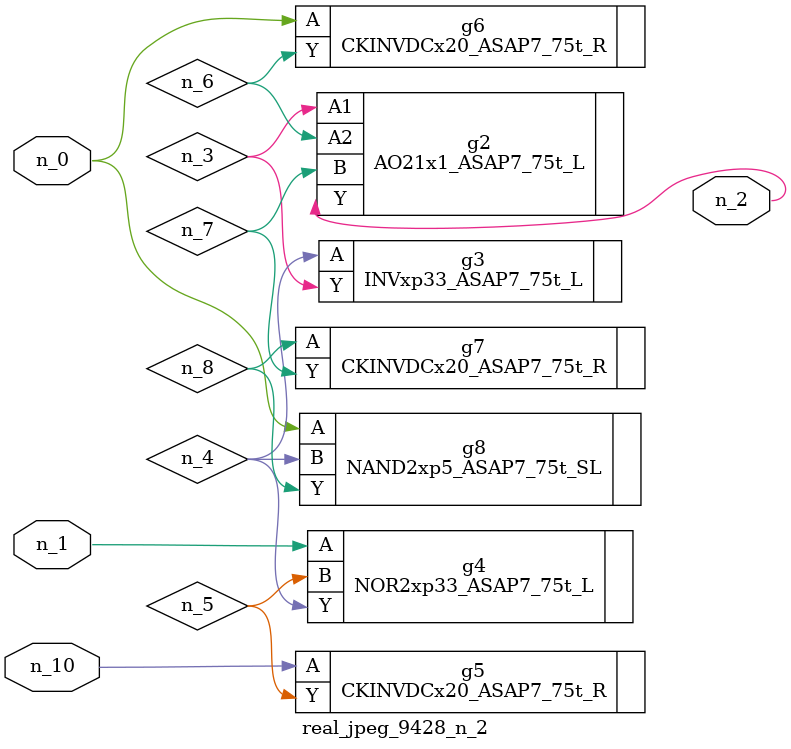
<source format=v>
module real_jpeg_9428_n_2 (n_1, n_10, n_0, n_2);

input n_1;
input n_10;
input n_0;

output n_2;

wire n_5;
wire n_4;
wire n_8;
wire n_6;
wire n_7;
wire n_3;

CKINVDCx20_ASAP7_75t_R g6 ( 
.A(n_0),
.Y(n_6)
);

NAND2xp5_ASAP7_75t_SL g8 ( 
.A(n_0),
.B(n_4),
.Y(n_8)
);

NOR2xp33_ASAP7_75t_L g4 ( 
.A(n_1),
.B(n_5),
.Y(n_4)
);

AO21x1_ASAP7_75t_L g2 ( 
.A1(n_3),
.A2(n_6),
.B(n_7),
.Y(n_2)
);

INVxp33_ASAP7_75t_L g3 ( 
.A(n_4),
.Y(n_3)
);

CKINVDCx20_ASAP7_75t_R g7 ( 
.A(n_8),
.Y(n_7)
);

CKINVDCx20_ASAP7_75t_R g5 ( 
.A(n_10),
.Y(n_5)
);


endmodule
</source>
